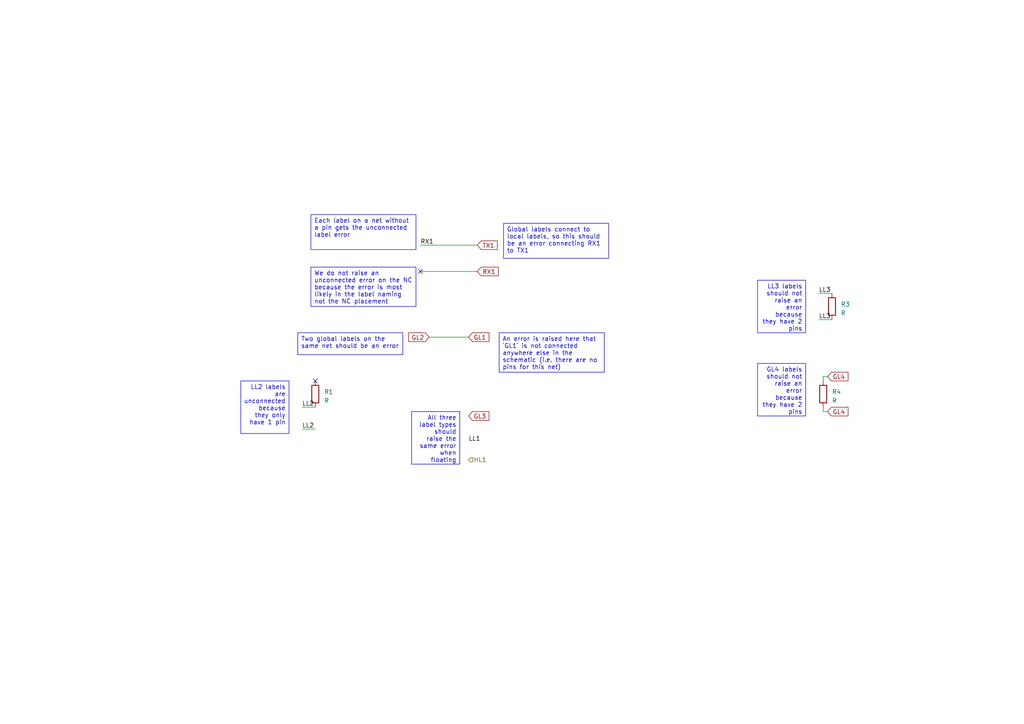
<source format=kicad_sch>
(kicad_sch (version 20221206) (generator eeschema)
  (paper "A4")
  (lib_symbols
    (symbol "Device:R" (pin_numbers hide) (pin_names (offset 0))
      (property "Reference" "R" (at 2.032 0 90))
      (property "Value" "R" (at 0 0 90))
      (symbol "R_0_1"
        (rectangle (start -1.016 -2.54) (end 1.016 2.54) (stroke (width 0.254)))
      )
      (symbol "R_1_1"
        (pin passive line (at 0 3.81 270) (length 1.27) (name "~") (number "1"))
        (pin passive line (at 0 -3.81 90) (length 1.27) (name "~") (number "2"))
      )
    )
  )
  (no_connect (at 91.44 110.49))
  (no_connect (at 121.92 78.74))
  (wire (pts (xy 238.76 109.22) (xy 240.03 109.22)))
  (wire (pts (xy 238.76 119.38) (xy 238.76 118.11)))
  (wire (pts (xy 121.92 78.74) (xy 138.43 78.74)))
  (wire (pts (xy 238.76 110.49) (xy 238.76 109.22)))
  (wire (pts (xy 87.63 124.46) (xy 91.44 124.46)))
  (wire (pts (xy 121.92 71.12) (xy 138.43 71.12)))
  (wire (pts (xy 237.49 85.09) (xy 241.3 85.09)))
  (wire (pts (xy 124.46 97.79) (xy 135.89 97.79)))
  (wire (pts (xy 240.03 119.38) (xy 238.76 119.38)))
  (wire (pts (xy 87.63 118.11) (xy 91.44 118.11)))
  (wire (pts (xy 237.49 92.71) (xy 241.3 92.71)))
  (text_box "We do not raise an unconnected error on the NC because the error is most likely in the label naming not the NC placement" (at 90.17 77.47 0) (size 30.48 11.43) (effects (font (size 1.27 1.27)) (justify left top)))
  (text_box "Each label on a net without a pin gets the unconnected label error" (at 90.17 62.23 0) (size 30.48 10.16) (effects (font (size 1.27 1.27)) (justify left top)))
  (text_box "Global labels connect to local labels, so this should be an error connecting RX1 to TX1" (at 146.05 64.77 0) (size 30.48 10.16) (effects (font (size 1.27 1.27)) (justify left top)))
  (text_box "LL2 labels are unconnected because they only have 1 pin" (at 69.85 110.49 0) (size 13.97 15.24) (effects (font (size 1.27 1.27)) (justify right top)))
  (text_box "An error is raised here that `GL1` is not connected anywhere else in the schematic (i.e. there are no pins for this net)" (at 144.78 96.52 0) (size 30.48 11.43) (effects (font (size 1.27 1.27)) (justify left top)))
  (text_box "GL4 labels should not raise an error because they have 2 pins" (at 219.71 105.41 0) (size 13.97 15.24) (effects (font (size 1.27 1.27)) (justify right top)))
  (text_box "LL3 labels should not raise an error because they have 2 pins" (at 219.71 81.28 0) (size 13.97 15.24) (effects (font (size 1.27 1.27)) (justify right top)))
  (text_box "All three label types should raise the same error when floating" (at 119.38 119.38 0) (size 13.97 15.24) (effects (font (size 1.27 1.27)) (justify right top)))
  (text_box "Two global labels on the same net should be an error" (at 86.36 96.52 0) (size 30.48 6.35) (effects (font (size 1.27 1.27)) (justify left top)))
  (label "LL3" (at 237.49 92.71 0))
  (label "LL2" (at 87.63 124.46 0))
  (label "LL2" (at 87.63 118.11 0))
  (label "RX1" (at 121.92 71.12 0))
  (label "LL1" (at 135.89 128.27 0))
  (label "LL3" (at 237.49 85.09 0))
  (global_label "GL2" (shape input) (at 124.46 97.79 180) (property "Intersheetrefs" "${INTERSHEET_REFS}" (effects hide)) (property "Intersheetrefs" "${INTERSHEET_REFS}" (effects hide)))
  (global_label "GL1" (shape input) (at 135.89 97.79 0) (property "Intersheetrefs" "${INTERSHEET_REFS}" (effects hide)) (property "Intersheetrefs" "${INTERSHEET_REFS}" (effects hide)))
  (global_label "RX1" (shape input) (at 138.43 78.74 0) (property "Intersheetrefs" "${INTERSHEET_REFS}" (effects hide)) (property "Intersheetrefs" "${INTERSHEET_REFS}" (effects hide)))
  (global_label "TX1" (shape input) (at 138.43 71.12 0) (property "Intersheetrefs" "${INTERSHEET_REFS}" (effects hide)) (property "Intersheetrefs" "${INTERSHEET_REFS}" (effects hide)))
  (global_label "GL4" (shape input) (at 240.03 119.38 0) (property "Intersheetrefs" "${INTERSHEET_REFS}" (effects hide)) (property "Intersheetrefs" "${INTERSHEET_REFS}" (effects hide)))
  (global_label "GL4" (shape input) (at 240.03 109.22 0) (property "Intersheetrefs" "${INTERSHEET_REFS}" (effects hide)) (property "Intersheetrefs" "${INTERSHEET_REFS}" (effects hide)))
  (global_label "GL3" (shape input) (at 135.89 120.65 0) (property "Intersheetrefs" "${INTERSHEET_REFS}" (effects hide)) (property "Intersheetrefs" "${INTERSHEET_REFS}" (effects hide)))
  (hierarchical_label "HL1" (shape input) (at 135.89 133.35 0))
  (symbol (lib_id "Device:R") (at 91.44 114.3 0) (unit 1)
    (property "Reference" "R1" (at 93.98 113.665 0) (effects (justify left)))
    (property "Value" "R" (at 93.98 116.205 0) (effects (justify left)))
  )
  (symbol (lib_id "Device:R") (at 238.76 114.3 0) (unit 1)
    (property "Reference" "R4" (at 241.3 113.665 0) (effects (justify left)))
    (property "Value" "R" (at 241.3 116.205 0) (effects (justify left)))
  )
  (symbol (lib_id "Device:R") (at 241.3 88.9 0) (unit 1)
    (property "Reference" "R3" (at 243.84 88.265 0) (effects (justify left)))
    (property "Value" "R" (at 243.84 90.805 0) (effects (justify left)))
  )
)
</source>
